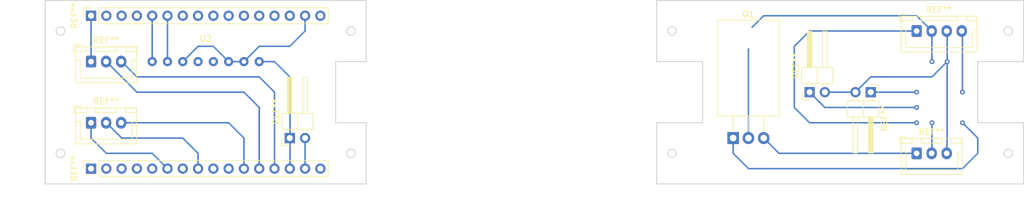
<source format=kicad_pcb>
(kicad_pcb (version 20171130) (host pcbnew 5.1.9+dfsg1-1+deb11u1)

  (general
    (thickness 1.6)
    (drawings 30)
    (tracks 84)
    (zones 0)
    (modules 11)
    (nets 1)
  )

  (page USLetter portrait)
  (title_block
    (title "Portal Turret")
    (date 2023-04-09)
    (rev v2)
  )

  (layers
    (0 F.Cu signal)
    (31 B.Cu signal)
    (32 B.Adhes user)
    (33 F.Adhes user)
    (34 B.Paste user)
    (35 F.Paste user)
    (36 B.SilkS user)
    (37 F.SilkS user)
    (38 B.Mask user)
    (39 F.Mask user)
    (40 Dwgs.User user)
    (41 Cmts.User user)
    (42 Eco1.User user)
    (43 Eco2.User user)
    (44 Edge.Cuts user)
    (45 Margin user)
    (46 B.CrtYd user)
    (47 F.CrtYd user)
    (48 B.Fab user hide)
    (49 F.Fab user hide)
  )

  (setup
    (last_trace_width 0.25)
    (trace_clearance 0.2)
    (zone_clearance 0.508)
    (zone_45_only no)
    (trace_min 0.2)
    (via_size 0.8)
    (via_drill 0.4)
    (via_min_size 0.4)
    (via_min_drill 0.3)
    (uvia_size 0.3)
    (uvia_drill 0.1)
    (uvias_allowed no)
    (uvia_min_size 0.2)
    (uvia_min_drill 0.1)
    (edge_width 0.15)
    (segment_width 0.2)
    (pcb_text_width 0.3)
    (pcb_text_size 1.5 1.5)
    (mod_edge_width 0.12)
    (mod_text_size 1 1)
    (mod_text_width 0.15)
    (pad_size 1.524 1.524)
    (pad_drill 0.762)
    (pad_to_mask_clearance 0)
    (aux_axis_origin 0 0)
    (grid_origin 50.6984 25.3492)
    (visible_elements FFFFFF7F)
    (pcbplotparams
      (layerselection 0x010fc_ffffffff)
      (usegerberextensions false)
      (usegerberattributes true)
      (usegerberadvancedattributes true)
      (creategerberjobfile true)
      (excludeedgelayer true)
      (linewidth 0.100000)
      (plotframeref false)
      (viasonmask false)
      (mode 1)
      (useauxorigin false)
      (hpglpennumber 1)
      (hpglpenspeed 20)
      (hpglpendiameter 15.000000)
      (psnegative false)
      (psa4output false)
      (plotreference true)
      (plotvalue true)
      (plotinvisibletext false)
      (padsonsilk false)
      (subtractmaskfromsilk false)
      (outputformat 1)
      (mirror false)
      (drillshape 1)
      (scaleselection 1)
      (outputdirectory ""))
  )

  (net 0 "")

  (net_class Default "This is the default net class."
    (clearance 0.2)
    (trace_width 0.25)
    (via_dia 0.8)
    (via_drill 0.4)
    (uvia_dia 0.3)
    (uvia_drill 0.1)
  )

  (module helpers:Module_GY291 (layer F.Cu) (tedit 6433B4DB) (tstamp 642E1E57)
    (at 43.0784 35.5092)
    (fp_text reference U2 (at 8.89 -3.81) (layer F.SilkS)
      (effects (font (size 1 1) (thickness 0.15)))
    )
    (fp_text value Module_GY291 (at 8.89 16.51) (layer F.Fab)
      (effects (font (size 1 1) (thickness 0.15)))
    )
    (fp_line (start -1.27 -2.032) (end 19.05 -2.032) (layer F.CrtYd) (width 0.05))
    (fp_line (start 19.05 -2.032) (end 19.05 14.224) (layer F.CrtYd) (width 0.05))
    (fp_line (start 19.05 14.224) (end -1.27 14.224) (layer F.CrtYd) (width 0.05))
    (fp_line (start -1.27 14.224) (end -1.27 -2.032) (layer F.CrtYd) (width 0.05))
    (pad 1 thru_hole circle (at 17.78 0) (size 1.524 1.524) (drill 0.762) (layers *.Cu *.Mask))
    (pad 2 thru_hole circle (at 15.24 0) (size 1.524 1.524) (drill 0.762) (layers *.Cu *.Mask))
    (pad 3 thru_hole circle (at 12.7 0) (size 1.524 1.524) (drill 0.762) (layers *.Cu *.Mask))
    (pad 4 thru_hole circle (at 10.16 0) (size 1.524 1.524) (drill 0.762) (layers *.Cu *.Mask))
    (pad 5 thru_hole circle (at 7.62 0) (size 1.524 1.524) (drill 0.762) (layers *.Cu *.Mask))
    (pad 6 thru_hole circle (at 5.08 0) (size 1.524 1.524) (drill 0.762) (layers *.Cu *.Mask))
    (pad 7 thru_hole circle (at 2.54 0) (size 1.524 1.524) (drill 0.762) (layers *.Cu *.Mask))
    (pad 8 thru_hole circle (at 0 0) (size 1.524 1.524) (drill 0.762) (layers *.Cu *.Mask))
  )

  (module Connector_PinHeader_2.54mm:PinHeader_1x02_P2.54mm_Horizontal (layer F.Cu) (tedit 59FED5CB) (tstamp 6433AE46)
    (at 65.9384 48.2092 90)
    (descr "Through hole angled pin header, 1x02, 2.54mm pitch, 6mm pin length, single row")
    (tags "Through hole angled pin header THT 1x02 2.54mm single row")
    (fp_text reference REF** (at 4.385 -2.27 90) (layer F.SilkS)
      (effects (font (size 1 1) (thickness 0.15)))
    )
    (fp_text value PinHeader_1x02_P2.54mm_Horizontal (at 4.385 4.81 90) (layer F.Fab)
      (effects (font (size 1 1) (thickness 0.15)))
    )
    (fp_text user %R (at 2.77 1.27) (layer F.Fab)
      (effects (font (size 1 1) (thickness 0.15)))
    )
    (fp_line (start 2.135 -1.27) (end 4.04 -1.27) (layer F.Fab) (width 0.1))
    (fp_line (start 4.04 -1.27) (end 4.04 3.81) (layer F.Fab) (width 0.1))
    (fp_line (start 4.04 3.81) (end 1.5 3.81) (layer F.Fab) (width 0.1))
    (fp_line (start 1.5 3.81) (end 1.5 -0.635) (layer F.Fab) (width 0.1))
    (fp_line (start 1.5 -0.635) (end 2.135 -1.27) (layer F.Fab) (width 0.1))
    (fp_line (start -0.32 -0.32) (end 1.5 -0.32) (layer F.Fab) (width 0.1))
    (fp_line (start -0.32 -0.32) (end -0.32 0.32) (layer F.Fab) (width 0.1))
    (fp_line (start -0.32 0.32) (end 1.5 0.32) (layer F.Fab) (width 0.1))
    (fp_line (start 4.04 -0.32) (end 10.04 -0.32) (layer F.Fab) (width 0.1))
    (fp_line (start 10.04 -0.32) (end 10.04 0.32) (layer F.Fab) (width 0.1))
    (fp_line (start 4.04 0.32) (end 10.04 0.32) (layer F.Fab) (width 0.1))
    (fp_line (start -0.32 2.22) (end 1.5 2.22) (layer F.Fab) (width 0.1))
    (fp_line (start -0.32 2.22) (end -0.32 2.86) (layer F.Fab) (width 0.1))
    (fp_line (start -0.32 2.86) (end 1.5 2.86) (layer F.Fab) (width 0.1))
    (fp_line (start 4.04 2.22) (end 10.04 2.22) (layer F.Fab) (width 0.1))
    (fp_line (start 10.04 2.22) (end 10.04 2.86) (layer F.Fab) (width 0.1))
    (fp_line (start 4.04 2.86) (end 10.04 2.86) (layer F.Fab) (width 0.1))
    (fp_line (start 1.44 -1.33) (end 1.44 3.87) (layer F.SilkS) (width 0.12))
    (fp_line (start 1.44 3.87) (end 4.1 3.87) (layer F.SilkS) (width 0.12))
    (fp_line (start 4.1 3.87) (end 4.1 -1.33) (layer F.SilkS) (width 0.12))
    (fp_line (start 4.1 -1.33) (end 1.44 -1.33) (layer F.SilkS) (width 0.12))
    (fp_line (start 4.1 -0.38) (end 10.1 -0.38) (layer F.SilkS) (width 0.12))
    (fp_line (start 10.1 -0.38) (end 10.1 0.38) (layer F.SilkS) (width 0.12))
    (fp_line (start 10.1 0.38) (end 4.1 0.38) (layer F.SilkS) (width 0.12))
    (fp_line (start 4.1 -0.32) (end 10.1 -0.32) (layer F.SilkS) (width 0.12))
    (fp_line (start 4.1 -0.2) (end 10.1 -0.2) (layer F.SilkS) (width 0.12))
    (fp_line (start 4.1 -0.08) (end 10.1 -0.08) (layer F.SilkS) (width 0.12))
    (fp_line (start 4.1 0.04) (end 10.1 0.04) (layer F.SilkS) (width 0.12))
    (fp_line (start 4.1 0.16) (end 10.1 0.16) (layer F.SilkS) (width 0.12))
    (fp_line (start 4.1 0.28) (end 10.1 0.28) (layer F.SilkS) (width 0.12))
    (fp_line (start 1.11 -0.38) (end 1.44 -0.38) (layer F.SilkS) (width 0.12))
    (fp_line (start 1.11 0.38) (end 1.44 0.38) (layer F.SilkS) (width 0.12))
    (fp_line (start 1.44 1.27) (end 4.1 1.27) (layer F.SilkS) (width 0.12))
    (fp_line (start 4.1 2.16) (end 10.1 2.16) (layer F.SilkS) (width 0.12))
    (fp_line (start 10.1 2.16) (end 10.1 2.92) (layer F.SilkS) (width 0.12))
    (fp_line (start 10.1 2.92) (end 4.1 2.92) (layer F.SilkS) (width 0.12))
    (fp_line (start 1.042929 2.16) (end 1.44 2.16) (layer F.SilkS) (width 0.12))
    (fp_line (start 1.042929 2.92) (end 1.44 2.92) (layer F.SilkS) (width 0.12))
    (fp_line (start -1.27 0) (end -1.27 -1.27) (layer F.SilkS) (width 0.12))
    (fp_line (start -1.27 -1.27) (end 0 -1.27) (layer F.SilkS) (width 0.12))
    (fp_line (start -1.8 -1.8) (end -1.8 4.35) (layer F.CrtYd) (width 0.05))
    (fp_line (start -1.8 4.35) (end 10.55 4.35) (layer F.CrtYd) (width 0.05))
    (fp_line (start 10.55 4.35) (end 10.55 -1.8) (layer F.CrtYd) (width 0.05))
    (fp_line (start 10.55 -1.8) (end -1.8 -1.8) (layer F.CrtYd) (width 0.05))
    (pad 2 thru_hole oval (at 0 2.54 90) (size 1.7 1.7) (drill 1) (layers *.Cu *.Mask))
    (pad 1 thru_hole rect (at 0 0 90) (size 1.7 1.7) (drill 1) (layers *.Cu *.Mask))
    (model ${KISYS3DMOD}/Connector_PinHeader_2.54mm.3dshapes/PinHeader_1x02_P2.54mm_Horizontal.wrl
      (at (xyz 0 0 0))
      (scale (xyz 1 1 1))
      (rotate (xyz 0 0 0))
    )
  )

  (module Connector_JST:JST_XH_B4B-XH-A_1x04_P2.50mm_Vertical (layer F.Cu) (tedit 5C28146C) (tstamp 6433A767)
    (at 170.0784 30.4292)
    (descr "JST XH series connector, B4B-XH-A (http://www.jst-mfg.com/product/pdf/eng/eXH.pdf), generated with kicad-footprint-generator")
    (tags "connector JST XH vertical")
    (fp_text reference REF** (at 3.75 -3.55) (layer F.SilkS)
      (effects (font (size 1 1) (thickness 0.15)))
    )
    (fp_text value JST_XH_B4B-XH-A_1x04_P2.50mm_Vertical (at 3.75 4.6) (layer F.Fab)
      (effects (font (size 1 1) (thickness 0.15)))
    )
    (fp_text user %R (at 3.75 2.7) (layer F.Fab)
      (effects (font (size 1 1) (thickness 0.15)))
    )
    (fp_line (start -2.45 -2.35) (end -2.45 3.4) (layer F.Fab) (width 0.1))
    (fp_line (start -2.45 3.4) (end 9.95 3.4) (layer F.Fab) (width 0.1))
    (fp_line (start 9.95 3.4) (end 9.95 -2.35) (layer F.Fab) (width 0.1))
    (fp_line (start 9.95 -2.35) (end -2.45 -2.35) (layer F.Fab) (width 0.1))
    (fp_line (start -2.56 -2.46) (end -2.56 3.51) (layer F.SilkS) (width 0.12))
    (fp_line (start -2.56 3.51) (end 10.06 3.51) (layer F.SilkS) (width 0.12))
    (fp_line (start 10.06 3.51) (end 10.06 -2.46) (layer F.SilkS) (width 0.12))
    (fp_line (start 10.06 -2.46) (end -2.56 -2.46) (layer F.SilkS) (width 0.12))
    (fp_line (start -2.95 -2.85) (end -2.95 3.9) (layer F.CrtYd) (width 0.05))
    (fp_line (start -2.95 3.9) (end 10.45 3.9) (layer F.CrtYd) (width 0.05))
    (fp_line (start 10.45 3.9) (end 10.45 -2.85) (layer F.CrtYd) (width 0.05))
    (fp_line (start 10.45 -2.85) (end -2.95 -2.85) (layer F.CrtYd) (width 0.05))
    (fp_line (start -0.625 -2.35) (end 0 -1.35) (layer F.Fab) (width 0.1))
    (fp_line (start 0 -1.35) (end 0.625 -2.35) (layer F.Fab) (width 0.1))
    (fp_line (start 0.75 -2.45) (end 0.75 -1.7) (layer F.SilkS) (width 0.12))
    (fp_line (start 0.75 -1.7) (end 6.75 -1.7) (layer F.SilkS) (width 0.12))
    (fp_line (start 6.75 -1.7) (end 6.75 -2.45) (layer F.SilkS) (width 0.12))
    (fp_line (start 6.75 -2.45) (end 0.75 -2.45) (layer F.SilkS) (width 0.12))
    (fp_line (start -2.55 -2.45) (end -2.55 -1.7) (layer F.SilkS) (width 0.12))
    (fp_line (start -2.55 -1.7) (end -0.75 -1.7) (layer F.SilkS) (width 0.12))
    (fp_line (start -0.75 -1.7) (end -0.75 -2.45) (layer F.SilkS) (width 0.12))
    (fp_line (start -0.75 -2.45) (end -2.55 -2.45) (layer F.SilkS) (width 0.12))
    (fp_line (start 8.25 -2.45) (end 8.25 -1.7) (layer F.SilkS) (width 0.12))
    (fp_line (start 8.25 -1.7) (end 10.05 -1.7) (layer F.SilkS) (width 0.12))
    (fp_line (start 10.05 -1.7) (end 10.05 -2.45) (layer F.SilkS) (width 0.12))
    (fp_line (start 10.05 -2.45) (end 8.25 -2.45) (layer F.SilkS) (width 0.12))
    (fp_line (start -2.55 -0.2) (end -1.8 -0.2) (layer F.SilkS) (width 0.12))
    (fp_line (start -1.8 -0.2) (end -1.8 2.75) (layer F.SilkS) (width 0.12))
    (fp_line (start -1.8 2.75) (end 3.75 2.75) (layer F.SilkS) (width 0.12))
    (fp_line (start 10.05 -0.2) (end 9.3 -0.2) (layer F.SilkS) (width 0.12))
    (fp_line (start 9.3 -0.2) (end 9.3 2.75) (layer F.SilkS) (width 0.12))
    (fp_line (start 9.3 2.75) (end 3.75 2.75) (layer F.SilkS) (width 0.12))
    (fp_line (start -1.6 -2.75) (end -2.85 -2.75) (layer F.SilkS) (width 0.12))
    (fp_line (start -2.85 -2.75) (end -2.85 -1.5) (layer F.SilkS) (width 0.12))
    (pad 4 thru_hole oval (at 7.5 0) (size 1.7 1.95) (drill 0.95) (layers *.Cu *.Mask))
    (pad 3 thru_hole oval (at 5 0) (size 1.7 1.95) (drill 0.95) (layers *.Cu *.Mask))
    (pad 2 thru_hole oval (at 2.5 0) (size 1.7 1.95) (drill 0.95) (layers *.Cu *.Mask))
    (pad 1 thru_hole roundrect (at 0 0) (size 1.7 1.95) (drill 0.95) (layers *.Cu *.Mask) (roundrect_rratio 0.147059))
    (model ${KISYS3DMOD}/Connector_JST.3dshapes/JST_XH_B4B-XH-A_1x04_P2.50mm_Vertical.wrl
      (at (xyz 0 0 0))
      (scale (xyz 1 1 1))
      (rotate (xyz 0 0 0))
    )
  )

  (module Connector_JST:JST_XH_B3B-XH-A_1x03_P2.50mm_Vertical (layer F.Cu) (tedit 5C28146C) (tstamp 642E4A5A)
    (at 170.0784 50.7492)
    (descr "JST XH series connector, B3B-XH-A (http://www.jst-mfg.com/product/pdf/eng/eXH.pdf), generated with kicad-footprint-generator")
    (tags "connector JST XH vertical")
    (fp_text reference REF** (at 2.5 -3.55) (layer F.SilkS)
      (effects (font (size 1 1) (thickness 0.15)))
    )
    (fp_text value JST_XH_B3B-XH-A_1x03_P2.50mm_Vertical (at 2.5 4.6) (layer F.Fab)
      (effects (font (size 1 1) (thickness 0.15)))
    )
    (fp_text user %R (at 2.5 2.7) (layer F.Fab)
      (effects (font (size 1 1) (thickness 0.15)))
    )
    (fp_line (start -2.45 -2.35) (end -2.45 3.4) (layer F.Fab) (width 0.1))
    (fp_line (start -2.45 3.4) (end 7.45 3.4) (layer F.Fab) (width 0.1))
    (fp_line (start 7.45 3.4) (end 7.45 -2.35) (layer F.Fab) (width 0.1))
    (fp_line (start 7.45 -2.35) (end -2.45 -2.35) (layer F.Fab) (width 0.1))
    (fp_line (start -2.56 -2.46) (end -2.56 3.51) (layer F.SilkS) (width 0.12))
    (fp_line (start -2.56 3.51) (end 7.56 3.51) (layer F.SilkS) (width 0.12))
    (fp_line (start 7.56 3.51) (end 7.56 -2.46) (layer F.SilkS) (width 0.12))
    (fp_line (start 7.56 -2.46) (end -2.56 -2.46) (layer F.SilkS) (width 0.12))
    (fp_line (start -2.95 -2.85) (end -2.95 3.9) (layer F.CrtYd) (width 0.05))
    (fp_line (start -2.95 3.9) (end 7.95 3.9) (layer F.CrtYd) (width 0.05))
    (fp_line (start 7.95 3.9) (end 7.95 -2.85) (layer F.CrtYd) (width 0.05))
    (fp_line (start 7.95 -2.85) (end -2.95 -2.85) (layer F.CrtYd) (width 0.05))
    (fp_line (start -0.625 -2.35) (end 0 -1.35) (layer F.Fab) (width 0.1))
    (fp_line (start 0 -1.35) (end 0.625 -2.35) (layer F.Fab) (width 0.1))
    (fp_line (start 0.75 -2.45) (end 0.75 -1.7) (layer F.SilkS) (width 0.12))
    (fp_line (start 0.75 -1.7) (end 4.25 -1.7) (layer F.SilkS) (width 0.12))
    (fp_line (start 4.25 -1.7) (end 4.25 -2.45) (layer F.SilkS) (width 0.12))
    (fp_line (start 4.25 -2.45) (end 0.75 -2.45) (layer F.SilkS) (width 0.12))
    (fp_line (start -2.55 -2.45) (end -2.55 -1.7) (layer F.SilkS) (width 0.12))
    (fp_line (start -2.55 -1.7) (end -0.75 -1.7) (layer F.SilkS) (width 0.12))
    (fp_line (start -0.75 -1.7) (end -0.75 -2.45) (layer F.SilkS) (width 0.12))
    (fp_line (start -0.75 -2.45) (end -2.55 -2.45) (layer F.SilkS) (width 0.12))
    (fp_line (start 5.75 -2.45) (end 5.75 -1.7) (layer F.SilkS) (width 0.12))
    (fp_line (start 5.75 -1.7) (end 7.55 -1.7) (layer F.SilkS) (width 0.12))
    (fp_line (start 7.55 -1.7) (end 7.55 -2.45) (layer F.SilkS) (width 0.12))
    (fp_line (start 7.55 -2.45) (end 5.75 -2.45) (layer F.SilkS) (width 0.12))
    (fp_line (start -2.55 -0.2) (end -1.8 -0.2) (layer F.SilkS) (width 0.12))
    (fp_line (start -1.8 -0.2) (end -1.8 2.75) (layer F.SilkS) (width 0.12))
    (fp_line (start -1.8 2.75) (end 2.5 2.75) (layer F.SilkS) (width 0.12))
    (fp_line (start 7.55 -0.2) (end 6.8 -0.2) (layer F.SilkS) (width 0.12))
    (fp_line (start 6.8 -0.2) (end 6.8 2.75) (layer F.SilkS) (width 0.12))
    (fp_line (start 6.8 2.75) (end 2.5 2.75) (layer F.SilkS) (width 0.12))
    (fp_line (start -1.6 -2.75) (end -2.85 -2.75) (layer F.SilkS) (width 0.12))
    (fp_line (start -2.85 -2.75) (end -2.85 -1.5) (layer F.SilkS) (width 0.12))
    (pad 3 thru_hole oval (at 5 0) (size 1.7 1.95) (drill 0.95) (layers *.Cu *.Mask))
    (pad 2 thru_hole oval (at 2.5 0) (size 1.7 1.95) (drill 0.95) (layers *.Cu *.Mask))
    (pad 1 thru_hole roundrect (at 0 0) (size 1.7 1.95) (drill 0.95) (layers *.Cu *.Mask) (roundrect_rratio 0.147059))
    (model ${KISYS3DMOD}/Connector_JST.3dshapes/JST_XH_B3B-XH-A_1x03_P2.50mm_Vertical.wrl
      (at (xyz 0 0 0))
      (scale (xyz 1 1 1))
      (rotate (xyz 0 0 0))
    )
  )

  (module Connector_JST:JST_XH_B3B-XH-A_1x03_P2.50mm_Vertical (layer F.Cu) (tedit 5C28146C) (tstamp 642F2091)
    (at 32.9184 45.6692)
    (descr "JST XH series connector, B3B-XH-A (http://www.jst-mfg.com/product/pdf/eng/eXH.pdf), generated with kicad-footprint-generator")
    (tags "connector JST XH vertical")
    (fp_text reference REF** (at 2.5 -3.55) (layer F.SilkS)
      (effects (font (size 1 1) (thickness 0.15)))
    )
    (fp_text value JST_XH_B3B-XH-A_1x03_P2.50mm_Vertical (at 2.5 4.6) (layer F.Fab)
      (effects (font (size 1 1) (thickness 0.15)))
    )
    (fp_text user %R (at 2.5 2.7) (layer F.Fab)
      (effects (font (size 1 1) (thickness 0.15)))
    )
    (fp_line (start -2.45 -2.35) (end -2.45 3.4) (layer F.Fab) (width 0.1))
    (fp_line (start -2.45 3.4) (end 7.45 3.4) (layer F.Fab) (width 0.1))
    (fp_line (start 7.45 3.4) (end 7.45 -2.35) (layer F.Fab) (width 0.1))
    (fp_line (start 7.45 -2.35) (end -2.45 -2.35) (layer F.Fab) (width 0.1))
    (fp_line (start -2.56 -2.46) (end -2.56 3.51) (layer F.SilkS) (width 0.12))
    (fp_line (start -2.56 3.51) (end 7.56 3.51) (layer F.SilkS) (width 0.12))
    (fp_line (start 7.56 3.51) (end 7.56 -2.46) (layer F.SilkS) (width 0.12))
    (fp_line (start 7.56 -2.46) (end -2.56 -2.46) (layer F.SilkS) (width 0.12))
    (fp_line (start -2.95 -2.85) (end -2.95 3.9) (layer F.CrtYd) (width 0.05))
    (fp_line (start -2.95 3.9) (end 7.95 3.9) (layer F.CrtYd) (width 0.05))
    (fp_line (start 7.95 3.9) (end 7.95 -2.85) (layer F.CrtYd) (width 0.05))
    (fp_line (start 7.95 -2.85) (end -2.95 -2.85) (layer F.CrtYd) (width 0.05))
    (fp_line (start -0.625 -2.35) (end 0 -1.35) (layer F.Fab) (width 0.1))
    (fp_line (start 0 -1.35) (end 0.625 -2.35) (layer F.Fab) (width 0.1))
    (fp_line (start 0.75 -2.45) (end 0.75 -1.7) (layer F.SilkS) (width 0.12))
    (fp_line (start 0.75 -1.7) (end 4.25 -1.7) (layer F.SilkS) (width 0.12))
    (fp_line (start 4.25 -1.7) (end 4.25 -2.45) (layer F.SilkS) (width 0.12))
    (fp_line (start 4.25 -2.45) (end 0.75 -2.45) (layer F.SilkS) (width 0.12))
    (fp_line (start -2.55 -2.45) (end -2.55 -1.7) (layer F.SilkS) (width 0.12))
    (fp_line (start -2.55 -1.7) (end -0.75 -1.7) (layer F.SilkS) (width 0.12))
    (fp_line (start -0.75 -1.7) (end -0.75 -2.45) (layer F.SilkS) (width 0.12))
    (fp_line (start -0.75 -2.45) (end -2.55 -2.45) (layer F.SilkS) (width 0.12))
    (fp_line (start 5.75 -2.45) (end 5.75 -1.7) (layer F.SilkS) (width 0.12))
    (fp_line (start 5.75 -1.7) (end 7.55 -1.7) (layer F.SilkS) (width 0.12))
    (fp_line (start 7.55 -1.7) (end 7.55 -2.45) (layer F.SilkS) (width 0.12))
    (fp_line (start 7.55 -2.45) (end 5.75 -2.45) (layer F.SilkS) (width 0.12))
    (fp_line (start -2.55 -0.2) (end -1.8 -0.2) (layer F.SilkS) (width 0.12))
    (fp_line (start -1.8 -0.2) (end -1.8 2.75) (layer F.SilkS) (width 0.12))
    (fp_line (start -1.8 2.75) (end 2.5 2.75) (layer F.SilkS) (width 0.12))
    (fp_line (start 7.55 -0.2) (end 6.8 -0.2) (layer F.SilkS) (width 0.12))
    (fp_line (start 6.8 -0.2) (end 6.8 2.75) (layer F.SilkS) (width 0.12))
    (fp_line (start 6.8 2.75) (end 2.5 2.75) (layer F.SilkS) (width 0.12))
    (fp_line (start -1.6 -2.75) (end -2.85 -2.75) (layer F.SilkS) (width 0.12))
    (fp_line (start -2.85 -2.75) (end -2.85 -1.5) (layer F.SilkS) (width 0.12))
    (pad 3 thru_hole oval (at 5 0) (size 1.7 1.95) (drill 0.95) (layers *.Cu *.Mask))
    (pad 2 thru_hole oval (at 2.5 0) (size 1.7 1.95) (drill 0.95) (layers *.Cu *.Mask))
    (pad 1 thru_hole roundrect (at 0 0) (size 1.7 1.95) (drill 0.95) (layers *.Cu *.Mask) (roundrect_rratio 0.147059))
    (model ${KISYS3DMOD}/Connector_JST.3dshapes/JST_XH_B3B-XH-A_1x03_P2.50mm_Vertical.wrl
      (at (xyz 0 0 0))
      (scale (xyz 1 1 1))
      (rotate (xyz 0 0 0))
    )
  )

  (module Connector_JST:JST_XH_B3B-XH-A_1x03_P2.50mm_Vertical (layer F.Cu) (tedit 5C28146C) (tstamp 642F1F70)
    (at 32.9184 35.5092)
    (descr "JST XH series connector, B3B-XH-A (http://www.jst-mfg.com/product/pdf/eng/eXH.pdf), generated with kicad-footprint-generator")
    (tags "connector JST XH vertical")
    (fp_text reference REF** (at 2.5 -3.55) (layer F.SilkS)
      (effects (font (size 1 1) (thickness 0.15)))
    )
    (fp_text value JST_XH_B3B-XH-A_1x03_P2.50mm_Vertical (at 2.5 4.6) (layer F.Fab)
      (effects (font (size 1 1) (thickness 0.15)))
    )
    (fp_text user %R (at 2.5 2.7) (layer F.Fab)
      (effects (font (size 1 1) (thickness 0.15)))
    )
    (fp_line (start -2.45 -2.35) (end -2.45 3.4) (layer F.Fab) (width 0.1))
    (fp_line (start -2.45 3.4) (end 7.45 3.4) (layer F.Fab) (width 0.1))
    (fp_line (start 7.45 3.4) (end 7.45 -2.35) (layer F.Fab) (width 0.1))
    (fp_line (start 7.45 -2.35) (end -2.45 -2.35) (layer F.Fab) (width 0.1))
    (fp_line (start -2.56 -2.46) (end -2.56 3.51) (layer F.SilkS) (width 0.12))
    (fp_line (start -2.56 3.51) (end 7.56 3.51) (layer F.SilkS) (width 0.12))
    (fp_line (start 7.56 3.51) (end 7.56 -2.46) (layer F.SilkS) (width 0.12))
    (fp_line (start 7.56 -2.46) (end -2.56 -2.46) (layer F.SilkS) (width 0.12))
    (fp_line (start -2.95 -2.85) (end -2.95 3.9) (layer F.CrtYd) (width 0.05))
    (fp_line (start -2.95 3.9) (end 7.95 3.9) (layer F.CrtYd) (width 0.05))
    (fp_line (start 7.95 3.9) (end 7.95 -2.85) (layer F.CrtYd) (width 0.05))
    (fp_line (start 7.95 -2.85) (end -2.95 -2.85) (layer F.CrtYd) (width 0.05))
    (fp_line (start -0.625 -2.35) (end 0 -1.35) (layer F.Fab) (width 0.1))
    (fp_line (start 0 -1.35) (end 0.625 -2.35) (layer F.Fab) (width 0.1))
    (fp_line (start 0.75 -2.45) (end 0.75 -1.7) (layer F.SilkS) (width 0.12))
    (fp_line (start 0.75 -1.7) (end 4.25 -1.7) (layer F.SilkS) (width 0.12))
    (fp_line (start 4.25 -1.7) (end 4.25 -2.45) (layer F.SilkS) (width 0.12))
    (fp_line (start 4.25 -2.45) (end 0.75 -2.45) (layer F.SilkS) (width 0.12))
    (fp_line (start -2.55 -2.45) (end -2.55 -1.7) (layer F.SilkS) (width 0.12))
    (fp_line (start -2.55 -1.7) (end -0.75 -1.7) (layer F.SilkS) (width 0.12))
    (fp_line (start -0.75 -1.7) (end -0.75 -2.45) (layer F.SilkS) (width 0.12))
    (fp_line (start -0.75 -2.45) (end -2.55 -2.45) (layer F.SilkS) (width 0.12))
    (fp_line (start 5.75 -2.45) (end 5.75 -1.7) (layer F.SilkS) (width 0.12))
    (fp_line (start 5.75 -1.7) (end 7.55 -1.7) (layer F.SilkS) (width 0.12))
    (fp_line (start 7.55 -1.7) (end 7.55 -2.45) (layer F.SilkS) (width 0.12))
    (fp_line (start 7.55 -2.45) (end 5.75 -2.45) (layer F.SilkS) (width 0.12))
    (fp_line (start -2.55 -0.2) (end -1.8 -0.2) (layer F.SilkS) (width 0.12))
    (fp_line (start -1.8 -0.2) (end -1.8 2.75) (layer F.SilkS) (width 0.12))
    (fp_line (start -1.8 2.75) (end 2.5 2.75) (layer F.SilkS) (width 0.12))
    (fp_line (start 7.55 -0.2) (end 6.8 -0.2) (layer F.SilkS) (width 0.12))
    (fp_line (start 6.8 -0.2) (end 6.8 2.75) (layer F.SilkS) (width 0.12))
    (fp_line (start 6.8 2.75) (end 2.5 2.75) (layer F.SilkS) (width 0.12))
    (fp_line (start -1.6 -2.75) (end -2.85 -2.75) (layer F.SilkS) (width 0.12))
    (fp_line (start -2.85 -2.75) (end -2.85 -1.5) (layer F.SilkS) (width 0.12))
    (pad 3 thru_hole oval (at 5 0) (size 1.7 1.95) (drill 0.95) (layers *.Cu *.Mask))
    (pad 2 thru_hole oval (at 2.5 0) (size 1.7 1.95) (drill 0.95) (layers *.Cu *.Mask))
    (pad 1 thru_hole roundrect (at 0 0) (size 1.7 1.95) (drill 0.95) (layers *.Cu *.Mask) (roundrect_rratio 0.147059))
    (model ${KISYS3DMOD}/Connector_JST.3dshapes/JST_XH_B3B-XH-A_1x03_P2.50mm_Vertical.wrl
      (at (xyz 0 0 0))
      (scale (xyz 1 1 1))
      (rotate (xyz 0 0 0))
    )
  )

  (module Connector_PinHeader_2.54mm:PinHeader_1x02_P2.54mm_Horizontal (layer F.Cu) (tedit 59FED5CB) (tstamp 642E41D8)
    (at 162.4584 40.5892 270)
    (descr "Through hole angled pin header, 1x02, 2.54mm pitch, 6mm pin length, single row")
    (tags "Through hole angled pin header THT 1x02 2.54mm single row")
    (fp_text reference REF** (at 4.385 -2.27 90) (layer F.SilkS)
      (effects (font (size 1 1) (thickness 0.15)))
    )
    (fp_text value PinHeader_1x02_P2.54mm_Horizontal (at 4.385 4.81 90) (layer F.Fab)
      (effects (font (size 1 1) (thickness 0.15)))
    )
    (fp_text user %R (at 2.77 1.27) (layer F.Fab)
      (effects (font (size 1 1) (thickness 0.15)))
    )
    (fp_line (start 2.135 -1.27) (end 4.04 -1.27) (layer F.Fab) (width 0.1))
    (fp_line (start 4.04 -1.27) (end 4.04 3.81) (layer F.Fab) (width 0.1))
    (fp_line (start 4.04 3.81) (end 1.5 3.81) (layer F.Fab) (width 0.1))
    (fp_line (start 1.5 3.81) (end 1.5 -0.635) (layer F.Fab) (width 0.1))
    (fp_line (start 1.5 -0.635) (end 2.135 -1.27) (layer F.Fab) (width 0.1))
    (fp_line (start -0.32 -0.32) (end 1.5 -0.32) (layer F.Fab) (width 0.1))
    (fp_line (start -0.32 -0.32) (end -0.32 0.32) (layer F.Fab) (width 0.1))
    (fp_line (start -0.32 0.32) (end 1.5 0.32) (layer F.Fab) (width 0.1))
    (fp_line (start 4.04 -0.32) (end 10.04 -0.32) (layer F.Fab) (width 0.1))
    (fp_line (start 10.04 -0.32) (end 10.04 0.32) (layer F.Fab) (width 0.1))
    (fp_line (start 4.04 0.32) (end 10.04 0.32) (layer F.Fab) (width 0.1))
    (fp_line (start -0.32 2.22) (end 1.5 2.22) (layer F.Fab) (width 0.1))
    (fp_line (start -0.32 2.22) (end -0.32 2.86) (layer F.Fab) (width 0.1))
    (fp_line (start -0.32 2.86) (end 1.5 2.86) (layer F.Fab) (width 0.1))
    (fp_line (start 4.04 2.22) (end 10.04 2.22) (layer F.Fab) (width 0.1))
    (fp_line (start 10.04 2.22) (end 10.04 2.86) (layer F.Fab) (width 0.1))
    (fp_line (start 4.04 2.86) (end 10.04 2.86) (layer F.Fab) (width 0.1))
    (fp_line (start 1.44 -1.33) (end 1.44 3.87) (layer F.SilkS) (width 0.12))
    (fp_line (start 1.44 3.87) (end 4.1 3.87) (layer F.SilkS) (width 0.12))
    (fp_line (start 4.1 3.87) (end 4.1 -1.33) (layer F.SilkS) (width 0.12))
    (fp_line (start 4.1 -1.33) (end 1.44 -1.33) (layer F.SilkS) (width 0.12))
    (fp_line (start 4.1 -0.38) (end 10.1 -0.38) (layer F.SilkS) (width 0.12))
    (fp_line (start 10.1 -0.38) (end 10.1 0.38) (layer F.SilkS) (width 0.12))
    (fp_line (start 10.1 0.38) (end 4.1 0.38) (layer F.SilkS) (width 0.12))
    (fp_line (start 4.1 -0.32) (end 10.1 -0.32) (layer F.SilkS) (width 0.12))
    (fp_line (start 4.1 -0.2) (end 10.1 -0.2) (layer F.SilkS) (width 0.12))
    (fp_line (start 4.1 -0.08) (end 10.1 -0.08) (layer F.SilkS) (width 0.12))
    (fp_line (start 4.1 0.04) (end 10.1 0.04) (layer F.SilkS) (width 0.12))
    (fp_line (start 4.1 0.16) (end 10.1 0.16) (layer F.SilkS) (width 0.12))
    (fp_line (start 4.1 0.28) (end 10.1 0.28) (layer F.SilkS) (width 0.12))
    (fp_line (start 1.11 -0.38) (end 1.44 -0.38) (layer F.SilkS) (width 0.12))
    (fp_line (start 1.11 0.38) (end 1.44 0.38) (layer F.SilkS) (width 0.12))
    (fp_line (start 1.44 1.27) (end 4.1 1.27) (layer F.SilkS) (width 0.12))
    (fp_line (start 4.1 2.16) (end 10.1 2.16) (layer F.SilkS) (width 0.12))
    (fp_line (start 10.1 2.16) (end 10.1 2.92) (layer F.SilkS) (width 0.12))
    (fp_line (start 10.1 2.92) (end 4.1 2.92) (layer F.SilkS) (width 0.12))
    (fp_line (start 1.042929 2.16) (end 1.44 2.16) (layer F.SilkS) (width 0.12))
    (fp_line (start 1.042929 2.92) (end 1.44 2.92) (layer F.SilkS) (width 0.12))
    (fp_line (start -1.27 0) (end -1.27 -1.27) (layer F.SilkS) (width 0.12))
    (fp_line (start -1.27 -1.27) (end 0 -1.27) (layer F.SilkS) (width 0.12))
    (fp_line (start -1.8 -1.8) (end -1.8 4.35) (layer F.CrtYd) (width 0.05))
    (fp_line (start -1.8 4.35) (end 10.55 4.35) (layer F.CrtYd) (width 0.05))
    (fp_line (start 10.55 4.35) (end 10.55 -1.8) (layer F.CrtYd) (width 0.05))
    (fp_line (start 10.55 -1.8) (end -1.8 -1.8) (layer F.CrtYd) (width 0.05))
    (pad 2 thru_hole oval (at 0 2.54 270) (size 1.7 1.7) (drill 1) (layers *.Cu *.Mask))
    (pad 1 thru_hole rect (at 0 0 270) (size 1.7 1.7) (drill 1) (layers *.Cu *.Mask))
    (model ${KISYS3DMOD}/Connector_PinHeader_2.54mm.3dshapes/PinHeader_1x02_P2.54mm_Horizontal.wrl
      (at (xyz 0 0 0))
      (scale (xyz 1 1 1))
      (rotate (xyz 0 0 0))
    )
  )

  (module Connector_PinHeader_2.54mm:PinHeader_1x02_P2.54mm_Horizontal (layer F.Cu) (tedit 59FED5CB) (tstamp 642E410F)
    (at 152.2984 40.5892 90)
    (descr "Through hole angled pin header, 1x02, 2.54mm pitch, 6mm pin length, single row")
    (tags "Through hole angled pin header THT 1x02 2.54mm single row")
    (fp_text reference REF** (at 4.385 -2.27 90) (layer F.SilkS)
      (effects (font (size 1 1) (thickness 0.15)))
    )
    (fp_text value PinHeader_1x02_P2.54mm_Horizontal (at 4.385 4.81 90) (layer F.Fab)
      (effects (font (size 1 1) (thickness 0.15)))
    )
    (fp_text user %R (at 2.77 1.27) (layer F.Fab)
      (effects (font (size 1 1) (thickness 0.15)))
    )
    (fp_line (start 2.135 -1.27) (end 4.04 -1.27) (layer F.Fab) (width 0.1))
    (fp_line (start 4.04 -1.27) (end 4.04 3.81) (layer F.Fab) (width 0.1))
    (fp_line (start 4.04 3.81) (end 1.5 3.81) (layer F.Fab) (width 0.1))
    (fp_line (start 1.5 3.81) (end 1.5 -0.635) (layer F.Fab) (width 0.1))
    (fp_line (start 1.5 -0.635) (end 2.135 -1.27) (layer F.Fab) (width 0.1))
    (fp_line (start -0.32 -0.32) (end 1.5 -0.32) (layer F.Fab) (width 0.1))
    (fp_line (start -0.32 -0.32) (end -0.32 0.32) (layer F.Fab) (width 0.1))
    (fp_line (start -0.32 0.32) (end 1.5 0.32) (layer F.Fab) (width 0.1))
    (fp_line (start 4.04 -0.32) (end 10.04 -0.32) (layer F.Fab) (width 0.1))
    (fp_line (start 10.04 -0.32) (end 10.04 0.32) (layer F.Fab) (width 0.1))
    (fp_line (start 4.04 0.32) (end 10.04 0.32) (layer F.Fab) (width 0.1))
    (fp_line (start -0.32 2.22) (end 1.5 2.22) (layer F.Fab) (width 0.1))
    (fp_line (start -0.32 2.22) (end -0.32 2.86) (layer F.Fab) (width 0.1))
    (fp_line (start -0.32 2.86) (end 1.5 2.86) (layer F.Fab) (width 0.1))
    (fp_line (start 4.04 2.22) (end 10.04 2.22) (layer F.Fab) (width 0.1))
    (fp_line (start 10.04 2.22) (end 10.04 2.86) (layer F.Fab) (width 0.1))
    (fp_line (start 4.04 2.86) (end 10.04 2.86) (layer F.Fab) (width 0.1))
    (fp_line (start 1.44 -1.33) (end 1.44 3.87) (layer F.SilkS) (width 0.12))
    (fp_line (start 1.44 3.87) (end 4.1 3.87) (layer F.SilkS) (width 0.12))
    (fp_line (start 4.1 3.87) (end 4.1 -1.33) (layer F.SilkS) (width 0.12))
    (fp_line (start 4.1 -1.33) (end 1.44 -1.33) (layer F.SilkS) (width 0.12))
    (fp_line (start 4.1 -0.38) (end 10.1 -0.38) (layer F.SilkS) (width 0.12))
    (fp_line (start 10.1 -0.38) (end 10.1 0.38) (layer F.SilkS) (width 0.12))
    (fp_line (start 10.1 0.38) (end 4.1 0.38) (layer F.SilkS) (width 0.12))
    (fp_line (start 4.1 -0.32) (end 10.1 -0.32) (layer F.SilkS) (width 0.12))
    (fp_line (start 4.1 -0.2) (end 10.1 -0.2) (layer F.SilkS) (width 0.12))
    (fp_line (start 4.1 -0.08) (end 10.1 -0.08) (layer F.SilkS) (width 0.12))
    (fp_line (start 4.1 0.04) (end 10.1 0.04) (layer F.SilkS) (width 0.12))
    (fp_line (start 4.1 0.16) (end 10.1 0.16) (layer F.SilkS) (width 0.12))
    (fp_line (start 4.1 0.28) (end 10.1 0.28) (layer F.SilkS) (width 0.12))
    (fp_line (start 1.11 -0.38) (end 1.44 -0.38) (layer F.SilkS) (width 0.12))
    (fp_line (start 1.11 0.38) (end 1.44 0.38) (layer F.SilkS) (width 0.12))
    (fp_line (start 1.44 1.27) (end 4.1 1.27) (layer F.SilkS) (width 0.12))
    (fp_line (start 4.1 2.16) (end 10.1 2.16) (layer F.SilkS) (width 0.12))
    (fp_line (start 10.1 2.16) (end 10.1 2.92) (layer F.SilkS) (width 0.12))
    (fp_line (start 10.1 2.92) (end 4.1 2.92) (layer F.SilkS) (width 0.12))
    (fp_line (start 1.042929 2.16) (end 1.44 2.16) (layer F.SilkS) (width 0.12))
    (fp_line (start 1.042929 2.92) (end 1.44 2.92) (layer F.SilkS) (width 0.12))
    (fp_line (start -1.27 0) (end -1.27 -1.27) (layer F.SilkS) (width 0.12))
    (fp_line (start -1.27 -1.27) (end 0 -1.27) (layer F.SilkS) (width 0.12))
    (fp_line (start -1.8 -1.8) (end -1.8 4.35) (layer F.CrtYd) (width 0.05))
    (fp_line (start -1.8 4.35) (end 10.55 4.35) (layer F.CrtYd) (width 0.05))
    (fp_line (start 10.55 4.35) (end 10.55 -1.8) (layer F.CrtYd) (width 0.05))
    (fp_line (start 10.55 -1.8) (end -1.8 -1.8) (layer F.CrtYd) (width 0.05))
    (pad 2 thru_hole oval (at 0 2.54 90) (size 1.7 1.7) (drill 1) (layers *.Cu *.Mask))
    (pad 1 thru_hole rect (at 0 0 90) (size 1.7 1.7) (drill 1) (layers *.Cu *.Mask))
    (model ${KISYS3DMOD}/Connector_PinHeader_2.54mm.3dshapes/PinHeader_1x02_P2.54mm_Horizontal.wrl
      (at (xyz 0 0 0))
      (scale (xyz 1 1 1))
      (rotate (xyz 0 0 0))
    )
  )

  (module Package_TO_SOT_THT:TO-220-3_Horizontal_TabDown (layer F.Cu) (tedit 5AC8BA0D) (tstamp 642E2F45)
    (at 139.5984 48.2092)
    (descr "TO-220-3, Horizontal, RM 2.54mm, see https://www.vishay.com/docs/66542/to-220-1.pdf")
    (tags "TO-220-3 Horizontal RM 2.54mm")
    (fp_text reference Q1 (at 2.54 -20.58) (layer F.SilkS)
      (effects (font (size 1 1) (thickness 0.15)))
    )
    (fp_text value TO-220-3_Horizontal_TabDown (at 2.54 2) (layer F.Fab)
      (effects (font (size 1 1) (thickness 0.15)))
    )
    (fp_text user %R (at 2.54 -20.58) (layer F.Fab)
      (effects (font (size 1 1) (thickness 0.15)))
    )
    (fp_circle (center 2.54 -16.66) (end 4.39 -16.66) (layer F.Fab) (width 0.1))
    (fp_line (start -2.46 -13.06) (end -2.46 -19.46) (layer F.Fab) (width 0.1))
    (fp_line (start -2.46 -19.46) (end 7.54 -19.46) (layer F.Fab) (width 0.1))
    (fp_line (start 7.54 -19.46) (end 7.54 -13.06) (layer F.Fab) (width 0.1))
    (fp_line (start 7.54 -13.06) (end -2.46 -13.06) (layer F.Fab) (width 0.1))
    (fp_line (start -2.46 -3.81) (end -2.46 -13.06) (layer F.Fab) (width 0.1))
    (fp_line (start -2.46 -13.06) (end 7.54 -13.06) (layer F.Fab) (width 0.1))
    (fp_line (start 7.54 -13.06) (end 7.54 -3.81) (layer F.Fab) (width 0.1))
    (fp_line (start 7.54 -3.81) (end -2.46 -3.81) (layer F.Fab) (width 0.1))
    (fp_line (start 0 -3.81) (end 0 0) (layer F.Fab) (width 0.1))
    (fp_line (start 2.54 -3.81) (end 2.54 0) (layer F.Fab) (width 0.1))
    (fp_line (start 5.08 -3.81) (end 5.08 0) (layer F.Fab) (width 0.1))
    (fp_line (start -2.58 -3.69) (end 7.66 -3.69) (layer F.SilkS) (width 0.12))
    (fp_line (start -2.58 -19.58) (end 7.66 -19.58) (layer F.SilkS) (width 0.12))
    (fp_line (start -2.58 -19.58) (end -2.58 -3.69) (layer F.SilkS) (width 0.12))
    (fp_line (start 7.66 -19.58) (end 7.66 -3.69) (layer F.SilkS) (width 0.12))
    (fp_line (start 0 -3.69) (end 0 -1.15) (layer F.SilkS) (width 0.12))
    (fp_line (start 2.54 -3.69) (end 2.54 -1.15) (layer F.SilkS) (width 0.12))
    (fp_line (start 5.08 -3.69) (end 5.08 -1.15) (layer F.SilkS) (width 0.12))
    (fp_line (start -2.71 -19.71) (end -2.71 1.25) (layer F.CrtYd) (width 0.05))
    (fp_line (start -2.71 1.25) (end 7.79 1.25) (layer F.CrtYd) (width 0.05))
    (fp_line (start 7.79 1.25) (end 7.79 -19.71) (layer F.CrtYd) (width 0.05))
    (fp_line (start 7.79 -19.71) (end -2.71 -19.71) (layer F.CrtYd) (width 0.05))
    (pad 3 thru_hole oval (at 5.08 0) (size 1.905 2) (drill 1.1) (layers *.Cu *.Mask))
    (pad 2 thru_hole oval (at 2.54 0) (size 1.905 2) (drill 1.1) (layers *.Cu *.Mask))
    (pad 1 thru_hole rect (at 0 0) (size 1.905 2) (drill 1.1) (layers *.Cu *.Mask))
    (pad "" np_thru_hole oval (at 2.54 -16.66) (size 3.5 3.5) (drill 3.5) (layers *.Cu *.Mask))
    (model ${KISYS3DMOD}/Package_TO_SOT_THT.3dshapes/TO-220-3_Horizontal_TabDown.wrl
      (at (xyz 0 0 0))
      (scale (xyz 1 1 1))
      (rotate (xyz 0 0 0))
    )
  )

  (module Connector_PinSocket_2.54mm:PinSocket_1x16_P2.54mm_Vertical (layer F.Cu) (tedit 5A19A41E) (tstamp 642E16C4)
    (at 32.9184 53.2892 90)
    (descr "Through hole straight socket strip, 1x16, 2.54mm pitch, single row (from Kicad 4.0.7), script generated")
    (tags "Through hole socket strip THT 1x16 2.54mm single row")
    (fp_text reference REF** (at 0 -2.77 90) (layer F.SilkS)
      (effects (font (size 1 1) (thickness 0.15)))
    )
    (fp_text value PinSocket_1x16_P2.54mm_Vertical (at 0 40.87 90) (layer F.Fab)
      (effects (font (size 1 1) (thickness 0.15)))
    )
    (fp_text user %R (at 0 19.05) (layer F.Fab)
      (effects (font (size 1 1) (thickness 0.15)))
    )
    (fp_line (start -1.27 -1.27) (end 0.635 -1.27) (layer F.Fab) (width 0.1))
    (fp_line (start 0.635 -1.27) (end 1.27 -0.635) (layer F.Fab) (width 0.1))
    (fp_line (start 1.27 -0.635) (end 1.27 39.37) (layer F.Fab) (width 0.1))
    (fp_line (start 1.27 39.37) (end -1.27 39.37) (layer F.Fab) (width 0.1))
    (fp_line (start -1.27 39.37) (end -1.27 -1.27) (layer F.Fab) (width 0.1))
    (fp_line (start -1.33 1.27) (end 1.33 1.27) (layer F.SilkS) (width 0.12))
    (fp_line (start -1.33 1.27) (end -1.33 39.43) (layer F.SilkS) (width 0.12))
    (fp_line (start -1.33 39.43) (end 1.33 39.43) (layer F.SilkS) (width 0.12))
    (fp_line (start 1.33 1.27) (end 1.33 39.43) (layer F.SilkS) (width 0.12))
    (fp_line (start 1.33 -1.33) (end 1.33 0) (layer F.SilkS) (width 0.12))
    (fp_line (start 0 -1.33) (end 1.33 -1.33) (layer F.SilkS) (width 0.12))
    (fp_line (start -1.8 -1.8) (end 1.75 -1.8) (layer F.CrtYd) (width 0.05))
    (fp_line (start 1.75 -1.8) (end 1.75 39.9) (layer F.CrtYd) (width 0.05))
    (fp_line (start 1.75 39.9) (end -1.8 39.9) (layer F.CrtYd) (width 0.05))
    (fp_line (start -1.8 39.9) (end -1.8 -1.8) (layer F.CrtYd) (width 0.05))
    (pad 16 thru_hole oval (at 0 38.1 90) (size 1.7 1.7) (drill 1) (layers *.Cu *.Mask))
    (pad 15 thru_hole oval (at 0 35.56 90) (size 1.7 1.7) (drill 1) (layers *.Cu *.Mask))
    (pad 14 thru_hole oval (at 0 33.02 90) (size 1.7 1.7) (drill 1) (layers *.Cu *.Mask))
    (pad 13 thru_hole oval (at 0 30.48 90) (size 1.7 1.7) (drill 1) (layers *.Cu *.Mask))
    (pad 12 thru_hole oval (at 0 27.94 90) (size 1.7 1.7) (drill 1) (layers *.Cu *.Mask))
    (pad 11 thru_hole oval (at 0 25.4 90) (size 1.7 1.7) (drill 1) (layers *.Cu *.Mask))
    (pad 10 thru_hole oval (at 0 22.86 90) (size 1.7 1.7) (drill 1) (layers *.Cu *.Mask))
    (pad 9 thru_hole oval (at 0 20.32 90) (size 1.7 1.7) (drill 1) (layers *.Cu *.Mask))
    (pad 8 thru_hole oval (at 0 17.78 90) (size 1.7 1.7) (drill 1) (layers *.Cu *.Mask))
    (pad 7 thru_hole oval (at 0 15.24 90) (size 1.7 1.7) (drill 1) (layers *.Cu *.Mask))
    (pad 6 thru_hole oval (at 0 12.7 90) (size 1.7 1.7) (drill 1) (layers *.Cu *.Mask))
    (pad 5 thru_hole oval (at 0 10.16 90) (size 1.7 1.7) (drill 1) (layers *.Cu *.Mask))
    (pad 4 thru_hole oval (at 0 7.62 90) (size 1.7 1.7) (drill 1) (layers *.Cu *.Mask))
    (pad 3 thru_hole oval (at 0 5.08 90) (size 1.7 1.7) (drill 1) (layers *.Cu *.Mask))
    (pad 2 thru_hole oval (at 0 2.54 90) (size 1.7 1.7) (drill 1) (layers *.Cu *.Mask))
    (pad 1 thru_hole rect (at 0 0 90) (size 1.7 1.7) (drill 1) (layers *.Cu *.Mask))
    (model ${KISYS3DMOD}/Connector_PinSocket_2.54mm.3dshapes/PinSocket_1x16_P2.54mm_Vertical.wrl
      (at (xyz 0 0 0))
      (scale (xyz 1 1 1))
      (rotate (xyz 0 0 0))
    )
  )

  (module Connector_PinSocket_2.54mm:PinSocket_1x16_P2.54mm_Vertical (layer F.Cu) (tedit 5A19A41E) (tstamp 642E1613)
    (at 32.9184 27.8892 90)
    (descr "Through hole straight socket strip, 1x16, 2.54mm pitch, single row (from Kicad 4.0.7), script generated")
    (tags "Through hole socket strip THT 1x16 2.54mm single row")
    (fp_text reference REF** (at 0 -2.77 90) (layer F.SilkS)
      (effects (font (size 1 1) (thickness 0.15)))
    )
    (fp_text value PinSocket_1x16_P2.54mm_Vertical (at 0 40.87 90) (layer F.Fab)
      (effects (font (size 1 1) (thickness 0.15)))
    )
    (fp_text user %R (at 0 19.05) (layer F.Fab)
      (effects (font (size 1 1) (thickness 0.15)))
    )
    (fp_line (start -1.27 -1.27) (end 0.635 -1.27) (layer F.Fab) (width 0.1))
    (fp_line (start 0.635 -1.27) (end 1.27 -0.635) (layer F.Fab) (width 0.1))
    (fp_line (start 1.27 -0.635) (end 1.27 39.37) (layer F.Fab) (width 0.1))
    (fp_line (start 1.27 39.37) (end -1.27 39.37) (layer F.Fab) (width 0.1))
    (fp_line (start -1.27 39.37) (end -1.27 -1.27) (layer F.Fab) (width 0.1))
    (fp_line (start -1.33 1.27) (end 1.33 1.27) (layer F.SilkS) (width 0.12))
    (fp_line (start -1.33 1.27) (end -1.33 39.43) (layer F.SilkS) (width 0.12))
    (fp_line (start -1.33 39.43) (end 1.33 39.43) (layer F.SilkS) (width 0.12))
    (fp_line (start 1.33 1.27) (end 1.33 39.43) (layer F.SilkS) (width 0.12))
    (fp_line (start 1.33 -1.33) (end 1.33 0) (layer F.SilkS) (width 0.12))
    (fp_line (start 0 -1.33) (end 1.33 -1.33) (layer F.SilkS) (width 0.12))
    (fp_line (start -1.8 -1.8) (end 1.75 -1.8) (layer F.CrtYd) (width 0.05))
    (fp_line (start 1.75 -1.8) (end 1.75 39.9) (layer F.CrtYd) (width 0.05))
    (fp_line (start 1.75 39.9) (end -1.8 39.9) (layer F.CrtYd) (width 0.05))
    (fp_line (start -1.8 39.9) (end -1.8 -1.8) (layer F.CrtYd) (width 0.05))
    (pad 16 thru_hole oval (at 0 38.1 90) (size 1.7 1.7) (drill 1) (layers *.Cu *.Mask))
    (pad 15 thru_hole oval (at 0 35.56 90) (size 1.7 1.7) (drill 1) (layers *.Cu *.Mask))
    (pad 14 thru_hole oval (at 0 33.02 90) (size 1.7 1.7) (drill 1) (layers *.Cu *.Mask))
    (pad 13 thru_hole oval (at 0 30.48 90) (size 1.7 1.7) (drill 1) (layers *.Cu *.Mask))
    (pad 12 thru_hole oval (at 0 27.94 90) (size 1.7 1.7) (drill 1) (layers *.Cu *.Mask))
    (pad 11 thru_hole oval (at 0 25.4 90) (size 1.7 1.7) (drill 1) (layers *.Cu *.Mask))
    (pad 10 thru_hole oval (at 0 22.86 90) (size 1.7 1.7) (drill 1) (layers *.Cu *.Mask))
    (pad 9 thru_hole oval (at 0 20.32 90) (size 1.7 1.7) (drill 1) (layers *.Cu *.Mask))
    (pad 8 thru_hole oval (at 0 17.78 90) (size 1.7 1.7) (drill 1) (layers *.Cu *.Mask))
    (pad 7 thru_hole oval (at 0 15.24 90) (size 1.7 1.7) (drill 1) (layers *.Cu *.Mask))
    (pad 6 thru_hole oval (at 0 12.7 90) (size 1.7 1.7) (drill 1) (layers *.Cu *.Mask))
    (pad 5 thru_hole oval (at 0 10.16 90) (size 1.7 1.7) (drill 1) (layers *.Cu *.Mask))
    (pad 4 thru_hole oval (at 0 7.62 90) (size 1.7 1.7) (drill 1) (layers *.Cu *.Mask))
    (pad 3 thru_hole oval (at 0 5.08 90) (size 1.7 1.7) (drill 1) (layers *.Cu *.Mask))
    (pad 2 thru_hole oval (at 0 2.54 90) (size 1.7 1.7) (drill 1) (layers *.Cu *.Mask))
    (pad 1 thru_hole rect (at 0 0 90) (size 1.7 1.7) (drill 1) (layers *.Cu *.Mask))
    (model ${KISYS3DMOD}/Connector_PinSocket_2.54mm.3dshapes/PinSocket_1x16_P2.54mm_Vertical.wrl
      (at (xyz 0 0 0))
      (scale (xyz 1 1 1))
      (rotate (xyz 0 0 0))
    )
  )

  (gr_line (start 187.8584 45.6692) (end 187.8584 55.8292) (layer Edge.Cuts) (width 0.15) (tstamp 6432525C))
  (gr_line (start 180.2384 45.6692) (end 187.8584 45.6692) (layer Edge.Cuts) (width 0.15))
  (gr_line (start 180.2384 35.5092) (end 180.2384 45.6692) (layer Edge.Cuts) (width 0.15))
  (gr_line (start 187.8584 35.5092) (end 180.2384 35.5092) (layer Edge.Cuts) (width 0.15))
  (gr_line (start 187.8584 25.3492) (end 187.8584 35.5092) (layer Edge.Cuts) (width 0.15))
  (gr_line (start 126.8984 45.6692) (end 126.8984 55.8292) (layer Edge.Cuts) (width 0.15) (tstamp 64325223))
  (gr_line (start 126.8984 35.5092) (end 126.8984 25.3492) (layer Edge.Cuts) (width 0.15) (tstamp 6432521E))
  (gr_line (start 134.5184 45.6692) (end 126.8984 45.6692) (layer Edge.Cuts) (width 0.15))
  (gr_line (start 134.5184 35.5092) (end 134.5184 45.6692) (layer Edge.Cuts) (width 0.15))
  (gr_line (start 126.8984 35.5092) (end 134.5184 35.5092) (layer Edge.Cuts) (width 0.15))
  (gr_line (start 78.6384 45.6692) (end 78.6384 55.8292) (layer Edge.Cuts) (width 0.15) (tstamp 64324EDF))
  (gr_line (start 78.6384 25.3492) (end 78.6384 35.5092) (layer Edge.Cuts) (width 0.15) (tstamp 64324EA6))
  (gr_line (start 73.5584 45.6692) (end 78.6384 45.6692) (layer Edge.Cuts) (width 0.15))
  (gr_line (start 73.5584 35.5092) (end 73.5584 45.6692) (layer Edge.Cuts) (width 0.15))
  (gr_line (start 78.6384 35.5092) (end 73.5584 35.5092) (layer Edge.Cuts) (width 0.15))
  (dimension 53.34 (width 0.15) (layer Dwgs.User)
    (gr_text "53.340 mm" (at 51.9684 59.6692) (layer Dwgs.User)
      (effects (font (size 1 1) (thickness 0.15)))
    )
    (feature1 (pts (xy 78.6384 55.8292) (xy 78.6384 58.955621)))
    (feature2 (pts (xy 25.2984 55.8292) (xy 25.2984 58.955621)))
    (crossbar (pts (xy 25.2984 58.3692) (xy 78.6384 58.3692)))
    (arrow1a (pts (xy 78.6384 58.3692) (xy 77.511896 58.955621)))
    (arrow1b (pts (xy 78.6384 58.3692) (xy 77.511896 57.782779)))
    (arrow2a (pts (xy 25.2984 58.3692) (xy 26.424904 58.955621)))
    (arrow2b (pts (xy 25.2984 58.3692) (xy 26.424904 57.782779)))
  )
  (gr_circle (center 185.3184 30.4292) (end 186.031412 30.4292) (layer Edge.Cuts) (width 0.15) (tstamp 642E2BDE))
  (gr_line (start 126.8984 55.8292) (end 187.8584 55.8292) (layer Edge.Cuts) (width 0.15) (tstamp 642E2B8C))
  (gr_line (start 187.8584 25.3492) (end 126.8984 25.3492) (layer Edge.Cuts) (width 0.15) (tstamp 642E2B68))
  (gr_circle (center 185.3184 50.7492) (end 186.031412 50.7492) (layer Edge.Cuts) (width 0.15) (tstamp 642E2B67))
  (gr_circle (center 129.4384 30.4292) (end 130.151412 30.4292) (layer Edge.Cuts) (width 0.15) (tstamp 642E2B66))
  (gr_circle (center 129.4384 50.7492) (end 130.151412 50.7492) (layer Edge.Cuts) (width 0.15) (tstamp 642E2B45))
  (gr_circle (center 76.0984 30.4292) (end 76.811412 30.4292) (layer Edge.Cuts) (width 0.15) (tstamp 642E16CE))
  (gr_circle (center 76.0984 50.7492) (end 76.811412 50.7492) (layer Edge.Cuts) (width 0.15) (tstamp 642E16C5))
  (gr_line (start 78.6384 25.3492) (end 25.2984 25.3492) (layer Edge.Cuts) (width 0.15))
  (gr_line (start 25.2984 55.8292) (end 78.6384 55.8292) (layer Edge.Cuts) (width 0.15))
  (gr_line (start 25.2984 25.3492) (end 25.2984 55.8292) (layer Edge.Cuts) (width 0.15))
  (gr_circle (center 27.8384 50.7492) (end 28.551412 50.7492) (layer Edge.Cuts) (width 0.15))
  (gr_circle (center 27.8384 30.4292) (end 28.551412 30.4292) (layer Edge.Cuts) (width 0.15))
  (dimension 30.48 (width 0.15) (layer Dwgs.User)
    (gr_text "30.480 mm" (at 21.4584 40.5892 270) (layer Dwgs.User)
      (effects (font (size 1 1) (thickness 0.15)))
    )
    (feature1 (pts (xy 27.8384 55.8292) (xy 22.171979 55.8292)))
    (feature2 (pts (xy 27.8384 25.3492) (xy 22.171979 25.3492)))
    (crossbar (pts (xy 22.7584 25.3492) (xy 22.7584 55.8292)))
    (arrow1a (pts (xy 22.7584 55.8292) (xy 22.171979 54.702696)))
    (arrow1b (pts (xy 22.7584 55.8292) (xy 23.344821 54.702696)))
    (arrow2a (pts (xy 22.7584 25.3492) (xy 22.171979 26.475704)))
    (arrow2b (pts (xy 22.7584 25.3492) (xy 23.344821 26.475704)))
  )

  (via (at 172.6184 35.5092) (size 0.8) (drill 0.4) (layers F.Cu B.Cu) (net 0))
  (segment (start 43.0784 35.5092) (end 43.0784 27.8892) (width 0.25) (layer B.Cu) (net 0))
  (segment (start 45.6184 35.5092) (end 45.6184 27.8892) (width 0.25) (layer B.Cu) (net 0))
  (segment (start 65.9784 53.2492) (end 65.9384 53.2892) (width 0.25) (layer B.Cu) (net 0))
  (segment (start 65.9784 45.6692) (end 65.9784 53.2492) (width 0.25) (layer B.Cu) (net 0))
  (segment (start 32.9184 35.5092) (end 32.9184 27.8892) (width 0.25) (layer B.Cu) (net 0))
  (segment (start 37.9184 35.5092) (end 37.9984 35.5092) (width 0.25) (layer B.Cu) (net 0))
  (segment (start 37.9984 35.5092) (end 40.5384 38.0492) (width 0.25) (layer B.Cu) (net 0))
  (segment (start 40.5384 38.0492) (end 60.8584 38.0492) (width 0.25) (layer B.Cu) (net 0))
  (segment (start 63.3984 40.5892) (end 63.3984 53.2892) (width 0.25) (layer B.Cu) (net 0))
  (segment (start 60.8584 38.0492) (end 63.3984 40.5892) (width 0.25) (layer B.Cu) (net 0))
  (segment (start 35.4184 35.5092) (end 35.4584 35.5092) (width 0.25) (layer B.Cu) (net 0))
  (segment (start 35.4584 35.5092) (end 40.5384 40.5892) (width 0.25) (layer B.Cu) (net 0))
  (segment (start 40.5384 40.5892) (end 58.3184 40.5892) (width 0.25) (layer B.Cu) (net 0))
  (segment (start 60.8584 43.1292) (end 60.8584 53.2892) (width 0.25) (layer B.Cu) (net 0))
  (segment (start 58.3184 40.5892) (end 60.8584 43.1292) (width 0.25) (layer B.Cu) (net 0))
  (segment (start 37.9184 45.6692) (end 55.7784 45.6692) (width 0.25) (layer B.Cu) (net 0))
  (segment (start 55.7784 45.6692) (end 58.3184 48.2092) (width 0.25) (layer B.Cu) (net 0))
  (segment (start 58.3184 48.2092) (end 58.3184 53.2892) (width 0.25) (layer B.Cu) (net 0))
  (segment (start 35.4184 45.6692) (end 35.4584 45.6692) (width 0.25) (layer B.Cu) (net 0))
  (segment (start 35.4584 45.6692) (end 37.9984 48.2092) (width 0.25) (layer B.Cu) (net 0))
  (segment (start 37.9984 48.2092) (end 48.1584 48.2092) (width 0.25) (layer B.Cu) (net 0))
  (segment (start 50.6984 50.7492) (end 50.6984 53.2892) (width 0.25) (layer B.Cu) (net 0))
  (segment (start 48.1584 48.2092) (end 50.6984 50.7492) (width 0.25) (layer B.Cu) (net 0))
  (segment (start 32.9184 45.6692) (end 32.9184 48.2092) (width 0.25) (layer B.Cu) (net 0))
  (segment (start 32.9184 48.2092) (end 35.4584 50.7492) (width 0.25) (layer B.Cu) (net 0))
  (segment (start 43.0784 50.7492) (end 45.6184 53.2892) (width 0.25) (layer B.Cu) (net 0))
  (segment (start 35.4584 50.7492) (end 43.0784 50.7492) (width 0.25) (layer B.Cu) (net 0))
  (segment (start 60.8584 35.5092) (end 63.3984 35.5092) (width 0.25) (layer B.Cu) (net 0))
  (segment (start 65.9784 38.0892) (end 65.9784 45.6692) (width 0.25) (layer B.Cu) (net 0))
  (segment (start 63.3984 35.5092) (end 65.9784 38.0892) (width 0.25) (layer B.Cu) (net 0))
  (segment (start 58.3184 35.5092) (end 60.8584 32.9692) (width 0.25) (layer B.Cu) (net 0))
  (segment (start 60.8584 32.9692) (end 65.9384 32.9692) (width 0.25) (layer B.Cu) (net 0))
  (segment (start 65.9384 32.9692) (end 68.4784 30.4292) (width 0.25) (layer B.Cu) (net 0))
  (segment (start 68.4784 30.4292) (end 68.4784 27.8892) (width 0.25) (layer B.Cu) (net 0))
  (segment (start 58.3184 35.5092) (end 55.7784 35.5092) (width 0.25) (layer B.Cu) (net 0))
  (segment (start 48.1584 35.5092) (end 50.6984 32.9692) (width 0.25) (layer B.Cu) (net 0))
  (segment (start 50.6984 32.9692) (end 53.2384 32.9692) (width 0.25) (layer B.Cu) (net 0))
  (segment (start 53.2384 32.9692) (end 55.7784 35.5092) (width 0.25) (layer B.Cu) (net 0))
  (segment (start 175.1184 30.4692) (end 175.0784 30.4292) (width 0.25) (layer B.Cu) (net 0))
  (via (at 175.1584 35.5092) (size 0.8) (drill 0.4) (layers F.Cu B.Cu) (net 0))
  (segment (start 175.1584 30.5092) (end 175.0784 30.4292) (width 0.25) (layer B.Cu) (net 0))
  (segment (start 175.1584 35.5092) (end 175.1584 30.5092) (width 0.25) (layer B.Cu) (net 0))
  (segment (start 172.6184 30.4692) (end 172.5784 30.4292) (width 0.25) (layer B.Cu) (net 0))
  (segment (start 172.6184 35.5092) (end 172.6184 30.4692) (width 0.25) (layer B.Cu) (net 0))
  (segment (start 142.1384 30.4292) (end 142.1384 48.2092) (width 0.25) (layer B.Cu) (net 0))
  (segment (start 144.6784 27.8892) (end 142.1384 30.4292) (width 0.25) (layer B.Cu) (net 0))
  (segment (start 170.0784 27.8892) (end 144.6784 27.8892) (width 0.25) (layer B.Cu) (net 0))
  (segment (start 172.5784 30.3892) (end 170.0784 27.8892) (width 0.25) (layer B.Cu) (net 0))
  (segment (start 172.5784 30.4292) (end 172.5784 30.3892) (width 0.25) (layer B.Cu) (net 0))
  (segment (start 175.1584 50.6692) (end 175.0784 50.7492) (width 0.25) (layer B.Cu) (net 0))
  (segment (start 177.6984 30.5492) (end 177.5784 30.4292) (width 0.25) (layer B.Cu) (net 0))
  (segment (start 177.6984 40.5892) (end 177.6984 30.5492) (width 0.25) (layer B.Cu) (net 0))
  (via (at 177.6984 40.5892) (size 0.8) (drill 0.4) (layers F.Cu B.Cu) (net 0))
  (via (at 170.0784 40.5892) (size 0.8) (drill 0.4) (layers F.Cu B.Cu) (net 0))
  (via (at 170.0784 43.1292) (size 0.8) (drill 0.4) (layers F.Cu B.Cu) (net 0))
  (via (at 170.0784 45.6692) (size 0.8) (drill 0.4) (layers F.Cu B.Cu) (net 0))
  (segment (start 139.5984 50.7492) (end 139.5984 48.2092) (width 0.25) (layer B.Cu) (net 0))
  (segment (start 142.1384 53.2892) (end 139.5984 50.7492) (width 0.25) (layer B.Cu) (net 0))
  (segment (start 177.6984 53.2892) (end 142.1384 53.2892) (width 0.25) (layer B.Cu) (net 0))
  (segment (start 180.2384 50.7492) (end 177.6984 53.2892) (width 0.25) (layer B.Cu) (net 0))
  (segment (start 180.2384 48.2092) (end 180.2384 50.7492) (width 0.25) (layer B.Cu) (net 0))
  (segment (start 177.6984 45.6692) (end 180.2384 48.2092) (width 0.25) (layer B.Cu) (net 0))
  (via (at 177.6984 45.6692) (size 0.8) (drill 0.4) (layers F.Cu B.Cu) (net 0))
  (segment (start 170.0784 40.5892) (end 162.4584 40.5892) (width 0.25) (layer B.Cu) (net 0))
  (segment (start 147.2184 50.7492) (end 144.6784 48.2092) (width 0.25) (layer B.Cu) (net 0))
  (segment (start 170.0784 50.7492) (end 147.2184 50.7492) (width 0.25) (layer B.Cu) (net 0))
  (segment (start 175.1584 48.2492) (end 175.0784 50.7492) (width 0.25) (layer B.Cu) (net 0))
  (segment (start 175.1584 35.5092) (end 175.1584 48.2492) (width 0.25) (layer B.Cu) (net 0))
  (segment (start 172.6184 45.6692) (end 172.6184 50.7492) (width 0.25) (layer B.Cu) (net 0))
  (via (at 172.6184 45.6692) (size 0.8) (drill 0.4) (layers F.Cu B.Cu) (net 0))
  (segment (start 68.4784 48.2092) (end 68.4784 53.2892) (width 0.25) (layer B.Cu) (net 0))
  (segment (start 172.6184 38.0492) (end 164.9984 38.0492) (width 0.25) (layer B.Cu) (net 0))
  (segment (start 175.1584 35.5092) (end 172.6184 38.0492) (width 0.25) (layer B.Cu) (net 0))
  (segment (start 154.8384 43.1292) (end 152.2984 40.5892) (width 0.25) (layer B.Cu) (net 0))
  (segment (start 170.0784 43.1292) (end 154.8384 43.1292) (width 0.25) (layer B.Cu) (net 0))
  (segment (start 164.9984 38.0492) (end 162.4584 38.0492) (width 0.25) (layer B.Cu) (net 0))
  (segment (start 162.4584 38.0492) (end 159.9184 40.5892) (width 0.25) (layer B.Cu) (net 0))
  (segment (start 159.9184 40.5892) (end 154.8384 40.5892) (width 0.25) (layer B.Cu) (net 0))
  (segment (start 152.2984 30.4292) (end 170.0784 30.4292) (width 0.25) (layer B.Cu) (net 0))
  (segment (start 149.7584 32.9692) (end 152.2984 30.4292) (width 0.25) (layer B.Cu) (net 0))
  (segment (start 149.7584 43.1292) (end 149.7584 32.9692) (width 0.25) (layer B.Cu) (net 0))
  (segment (start 152.2984 45.6692) (end 149.7584 43.1292) (width 0.25) (layer B.Cu) (net 0))
  (segment (start 170.0784 45.6692) (end 152.2984 45.6692) (width 0.25) (layer B.Cu) (net 0))

)

</source>
